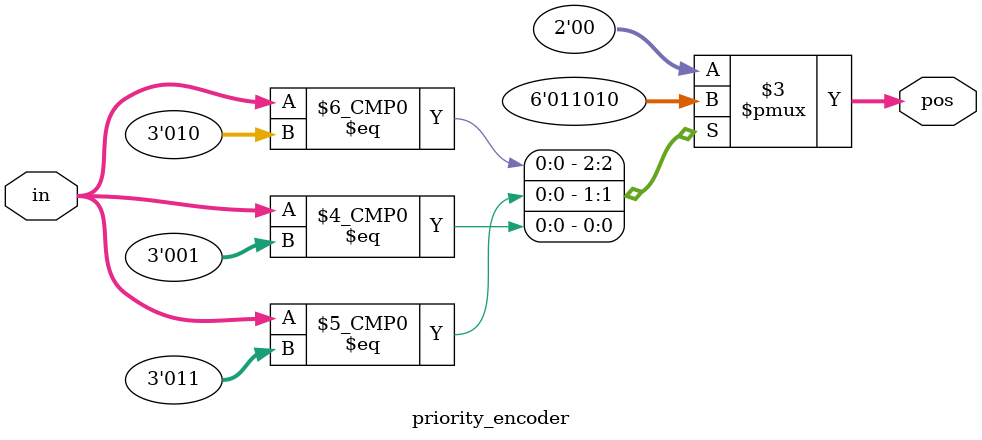
<source format=v>
module priority_encoder( 
input [2:0] in,
output reg [1:0] pos ); 
// When sel=1, assign b to out
always @ (in[1] or in[0]) 
	case(in)
	2'b00: pos = 2'b00;
	2'b10: pos = 2'b01;
	2'b11: pos = 2'b10;
	2'b01: pos = 2'b10;
	default: pos = 2'b00;
	endcase 
endmodule

</source>
